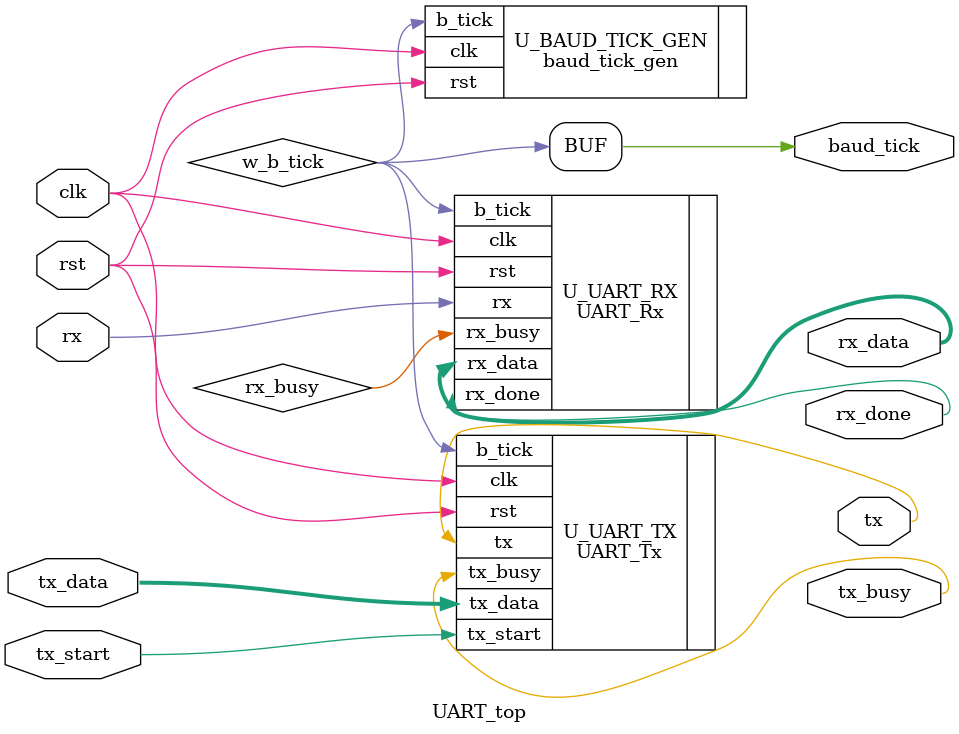
<source format=v>
`timescale 1ns / 1ps
module UART_top (
    input clk,
    input rst,
    input tx_start,
    input [7:0] tx_data,
    input rx,
    output tx_busy,
    output tx,
    output [7:0] rx_data,
    // output rx_busy,
    output baud_tick,
    output rx_done
);
    wire w_b_tick;

    assign baud_tick = w_b_tick;

    baud_tick_gen U_BAUD_TICK_GEN(
        .clk(clk),
        .rst(rst),
        .b_tick(w_b_tick)
    );

    UART_Tx U_UART_TX(
        .clk(clk),
        .rst(rst),
        .tx_start(tx_start),
        .b_tick(w_b_tick),
        .tx_data(tx_data),
        
        .tx_busy(tx_busy),
        .tx(tx)
    );


    UART_Rx U_UART_RX(
        .clk(clk),
        .rst(rst),
        .b_tick(w_b_tick),
        .rx(rx),

        .rx_data(rx_data),
        .rx_busy(rx_busy),
        .rx_done(rx_done)
    );
endmodule

</source>
